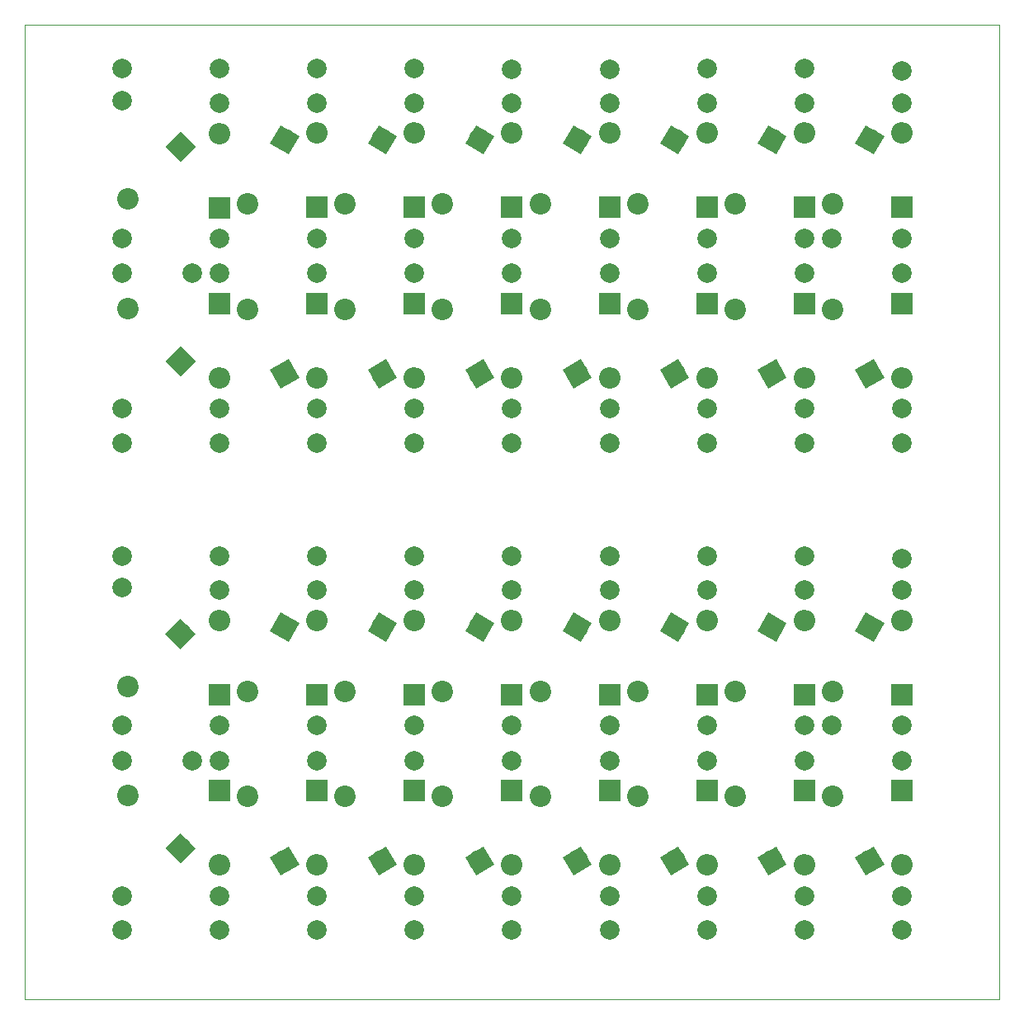
<source format=gbr>
G04 #@! TF.GenerationSoftware,KiCad,Pcbnew,5.1.4-e60b266~84~ubuntu16.04.1*
G04 #@! TF.CreationDate,2019-10-08T23:02:04-05:00*
G04 #@! TF.ProjectId,8x10p,38783130-702e-46b6-9963-61645f706362,rev?*
G04 #@! TF.SameCoordinates,Original*
G04 #@! TF.FileFunction,Copper,L1,Top*
G04 #@! TF.FilePolarity,Positive*
%FSLAX46Y46*%
G04 Gerber Fmt 4.6, Leading zero omitted, Abs format (unit mm)*
G04 Created by KiCad (PCBNEW 5.1.4-e60b266~84~ubuntu16.04.1) date 2019-10-08 23:02:04*
%MOMM*%
%LPD*%
G04 APERTURE LIST*
G04 #@! TA.AperFunction,NonConductor*
%ADD10C,0.050000*%
G04 #@! TD*
G04 #@! TA.AperFunction,ComponentPad*
%ADD11C,2.000000*%
G04 #@! TD*
G04 #@! TA.AperFunction,ComponentPad*
%ADD12C,2.200000*%
G04 #@! TD*
G04 #@! TA.AperFunction,Conductor*
%ADD13C,0.150000*%
G04 #@! TD*
G04 #@! TA.AperFunction,Conductor*
%ADD14C,2.200000*%
G04 #@! TD*
G04 #@! TA.AperFunction,ComponentPad*
%ADD15C,1.998980*%
G04 #@! TD*
G04 #@! TA.AperFunction,ComponentPad*
%ADD16R,2.200000X2.200000*%
G04 #@! TD*
G04 #@! TA.AperFunction,ComponentPad*
%ADD17O,2.200000X2.200000*%
G04 #@! TD*
G04 APERTURE END LIST*
D10*
X50000000Y-150000000D02*
X50000000Y-50000000D01*
X150000000Y-150000000D02*
X50000000Y-150000000D01*
X150000000Y-50000000D02*
X150000000Y-150000000D01*
X50000000Y-50000000D02*
X150000000Y-50000000D01*
D11*
G04 #@! TO.P,C25,1*
G04 #@! TO.N,N/C*
X110000000Y-142900000D03*
G04 #@! TO.P,C25,2*
X100000000Y-142900000D03*
G04 #@! TD*
G04 #@! TO.P,C12,1*
G04 #@! TO.N,N/C*
X80000000Y-125500000D03*
G04 #@! TO.P,C12,2*
X70000000Y-125500000D03*
G04 #@! TD*
D12*
G04 #@! TO.P,D9,1*
G04 #@! TO.N,N/C*
X106700000Y-111800000D03*
D13*
G04 #@! TD*
G04 #@! TO.N,N/C*
G04 #@! TO.C,D9*
G36*
X106297372Y-110297372D02*
G01*
X108202628Y-111397372D01*
X107102628Y-113302628D01*
X105197372Y-112202628D01*
X106297372Y-110297372D01*
X106297372Y-110297372D01*
G37*
D12*
G04 #@! TO.P,D9,2*
G04 #@! TO.N,N/C*
X102890000Y-118399114D03*
D14*
G04 #@! TD*
G04 #@! TO.N,N/C*
G04 #@! TO.C,D9*
X102890000Y-118399114D02*
X102890000Y-118399114D01*
D12*
G04 #@! TO.P,D35,1*
G04 #@! TO.N,N/C*
X136700000Y-135800000D03*
D13*
G04 #@! TD*
G04 #@! TO.N,N/C*
G04 #@! TO.C,D35*
G36*
X138202628Y-136202628D02*
G01*
X136297372Y-137302628D01*
X135197372Y-135397372D01*
X137102628Y-134297372D01*
X138202628Y-136202628D01*
X138202628Y-136202628D01*
G37*
D12*
G04 #@! TO.P,D35,2*
G04 #@! TO.N,N/C*
X132890000Y-129200886D03*
D14*
G04 #@! TD*
G04 #@! TO.N,N/C*
G04 #@! TO.C,D35*
X132890000Y-129200886D02*
X132890000Y-129200886D01*
D15*
G04 #@! TO.P,IN1,1*
G04 #@! TO.N,N/C*
X60000000Y-107750000D03*
G04 #@! TD*
G04 #@! TO.P,IN2,1*
G04 #@! TO.N,N/C*
X60000000Y-139400000D03*
G04 #@! TD*
D11*
G04 #@! TO.P,C22,1*
G04 #@! TO.N,N/C*
X80000000Y-139400000D03*
G04 #@! TO.P,C22,2*
X70000000Y-139400000D03*
G04 #@! TD*
G04 #@! TO.P,C28,1*
G04 #@! TO.N,N/C*
X140000000Y-139400000D03*
G04 #@! TO.P,C28,2*
X130000000Y-139400000D03*
G04 #@! TD*
D15*
G04 #@! TO.P,OUT2,1*
G04 #@! TO.N,N/C*
X140000000Y-142900000D03*
G04 #@! TD*
G04 #@! TO.P,HV1,1*
G04 #@! TO.N,N/C*
X67200000Y-125500000D03*
G04 #@! TD*
D16*
G04 #@! TO.P,D32,1*
G04 #@! TO.N,N/C*
X120000000Y-128600000D03*
D17*
G04 #@! TO.P,D32,2*
X120000000Y-136220000D03*
G04 #@! TD*
D16*
G04 #@! TO.P,D16,1*
G04 #@! TO.N,N/C*
X140000000Y-118720000D03*
D17*
G04 #@! TO.P,D16,2*
X140000000Y-111100000D03*
G04 #@! TD*
D15*
G04 #@! TO.P,HV8,1*
G04 #@! TO.N,N/C*
X140000000Y-121900000D03*
G04 #@! TD*
D12*
G04 #@! TO.P,D15,1*
G04 #@! TO.N,N/C*
X136700000Y-111800000D03*
D13*
G04 #@! TD*
G04 #@! TO.N,N/C*
G04 #@! TO.C,D15*
G36*
X136297372Y-110297372D02*
G01*
X138202628Y-111397372D01*
X137102628Y-113302628D01*
X135197372Y-112202628D01*
X136297372Y-110297372D01*
X136297372Y-110297372D01*
G37*
D12*
G04 #@! TO.P,D15,2*
G04 #@! TO.N,N/C*
X132890000Y-118399114D03*
D14*
G04 #@! TD*
G04 #@! TO.N,N/C*
G04 #@! TO.C,D15*
X132890000Y-118399114D02*
X132890000Y-118399114D01*
D15*
G04 #@! TO.P,HV0,1*
G04 #@! TO.N,N/C*
X60000000Y-125500000D03*
G04 #@! TD*
D12*
G04 #@! TO.P,D29,1*
G04 #@! TO.N,N/C*
X106700000Y-135800000D03*
D13*
G04 #@! TD*
G04 #@! TO.N,N/C*
G04 #@! TO.C,D29*
G36*
X108202628Y-136202628D02*
G01*
X106297372Y-137302628D01*
X105197372Y-135397372D01*
X107102628Y-134297372D01*
X108202628Y-136202628D01*
X108202628Y-136202628D01*
G37*
D12*
G04 #@! TO.P,D29,2*
G04 #@! TO.N,N/C*
X102890000Y-129200886D03*
D14*
G04 #@! TD*
G04 #@! TO.N,N/C*
G04 #@! TO.C,D29*
X102890000Y-129200886D02*
X102890000Y-129200886D01*
D16*
G04 #@! TO.P,D26,1*
G04 #@! TO.N,N/C*
X90000000Y-128600000D03*
D17*
G04 #@! TO.P,D26,2*
X90000000Y-136220000D03*
G04 #@! TD*
D12*
G04 #@! TO.P,D25,1*
G04 #@! TO.N,N/C*
X86700000Y-135800000D03*
D13*
G04 #@! TD*
G04 #@! TO.N,N/C*
G04 #@! TO.C,D25*
G36*
X88202628Y-136202628D02*
G01*
X86297372Y-137302628D01*
X85197372Y-135397372D01*
X87102628Y-134297372D01*
X88202628Y-136202628D01*
X88202628Y-136202628D01*
G37*
D12*
G04 #@! TO.P,D25,2*
G04 #@! TO.N,N/C*
X82890000Y-129200886D03*
D14*
G04 #@! TD*
G04 #@! TO.N,N/C*
G04 #@! TO.C,D25*
X82890000Y-129200886D02*
X82890000Y-129200886D01*
D11*
G04 #@! TO.P,C27,1*
G04 #@! TO.N,N/C*
X130000000Y-142900000D03*
G04 #@! TO.P,C27,2*
X120000000Y-142900000D03*
G04 #@! TD*
G04 #@! TO.P,C24,1*
G04 #@! TO.N,N/C*
X100000000Y-139400000D03*
G04 #@! TO.P,C24,2*
X90000000Y-139400000D03*
G04 #@! TD*
D12*
G04 #@! TO.P,D27,1*
G04 #@! TO.N,N/C*
X96700000Y-135800000D03*
D13*
G04 #@! TD*
G04 #@! TO.N,N/C*
G04 #@! TO.C,D27*
G36*
X98202628Y-136202628D02*
G01*
X96297372Y-137302628D01*
X95197372Y-135397372D01*
X97102628Y-134297372D01*
X98202628Y-136202628D01*
X98202628Y-136202628D01*
G37*
D12*
G04 #@! TO.P,D27,2*
G04 #@! TO.N,N/C*
X92890000Y-129200886D03*
D14*
G04 #@! TD*
G04 #@! TO.N,N/C*
G04 #@! TO.C,D27*
X92890000Y-129200886D02*
X92890000Y-129200886D01*
D16*
G04 #@! TO.P,D24,1*
G04 #@! TO.N,N/C*
X80000000Y-128600000D03*
D17*
G04 #@! TO.P,D24,2*
X80000000Y-136220000D03*
G04 #@! TD*
D12*
G04 #@! TO.P,D31,1*
G04 #@! TO.N,N/C*
X116700000Y-135800000D03*
D13*
G04 #@! TD*
G04 #@! TO.N,N/C*
G04 #@! TO.C,D31*
G36*
X118202628Y-136202628D02*
G01*
X116297372Y-137302628D01*
X115197372Y-135397372D01*
X117102628Y-134297372D01*
X118202628Y-136202628D01*
X118202628Y-136202628D01*
G37*
D12*
G04 #@! TO.P,D31,2*
G04 #@! TO.N,N/C*
X112890000Y-129200886D03*
D14*
G04 #@! TD*
G04 #@! TO.N,N/C*
G04 #@! TO.C,D31*
X112890000Y-129200886D02*
X112890000Y-129200886D01*
D12*
G04 #@! TO.P,D21,1*
G04 #@! TO.N,N/C*
X66000000Y-134500000D03*
D13*
G04 #@! TD*
G04 #@! TO.N,N/C*
G04 #@! TO.C,D21*
G36*
X67555635Y-134500000D02*
G01*
X66000000Y-136055635D01*
X64444365Y-134500000D01*
X66000000Y-132944365D01*
X67555635Y-134500000D01*
X67555635Y-134500000D01*
G37*
D12*
G04 #@! TO.P,D21,2*
G04 #@! TO.N,N/C*
X60611846Y-129111846D03*
D14*
G04 #@! TD*
G04 #@! TO.N,N/C*
G04 #@! TO.C,D21*
X60611846Y-129111846D02*
X60611846Y-129111846D01*
D15*
G04 #@! TO.P,HV7,1*
G04 #@! TO.N,N/C*
X132800000Y-121900000D03*
G04 #@! TD*
D16*
G04 #@! TO.P,D36,1*
G04 #@! TO.N,N/C*
X140000000Y-128600000D03*
D17*
G04 #@! TO.P,D36,2*
X140000000Y-136220000D03*
G04 #@! TD*
D11*
G04 #@! TO.P,C17,1*
G04 #@! TO.N,N/C*
X130000000Y-121900000D03*
G04 #@! TO.P,C17,2*
X120000000Y-121900000D03*
G04 #@! TD*
G04 #@! TO.P,C6,1*
G04 #@! TO.N,N/C*
X120000000Y-108000000D03*
G04 #@! TO.P,C6,2*
X110000000Y-108000000D03*
G04 #@! TD*
G04 #@! TO.P,C18,1*
G04 #@! TO.N,N/C*
X140000000Y-125500000D03*
G04 #@! TO.P,C18,2*
X130000000Y-125500000D03*
G04 #@! TD*
G04 #@! TO.P,C7,1*
G04 #@! TO.N,N/C*
X130000000Y-104500000D03*
G04 #@! TO.P,C7,2*
X120000000Y-104500000D03*
G04 #@! TD*
G04 #@! TO.P,C13,1*
G04 #@! TO.N,N/C*
X90000000Y-121900000D03*
G04 #@! TO.P,C13,2*
X80000000Y-121900000D03*
G04 #@! TD*
G04 #@! TO.P,C11,1*
G04 #@! TO.N,N/C*
X70000000Y-121900000D03*
G04 #@! TO.P,C11,2*
X60000000Y-121900000D03*
G04 #@! TD*
G04 #@! TO.P,C21,1*
G04 #@! TO.N,N/C*
X70000000Y-142900000D03*
G04 #@! TO.P,C21,2*
X60000000Y-142900000D03*
G04 #@! TD*
D16*
G04 #@! TO.P,D10,1*
G04 #@! TO.N,N/C*
X110000000Y-118720000D03*
D17*
G04 #@! TO.P,D10,2*
X110000000Y-111100000D03*
G04 #@! TD*
D12*
G04 #@! TO.P,D13,1*
G04 #@! TO.N,N/C*
X126700000Y-111800000D03*
D13*
G04 #@! TD*
G04 #@! TO.N,N/C*
G04 #@! TO.C,D13*
G36*
X126297372Y-110297372D02*
G01*
X128202628Y-111397372D01*
X127102628Y-113302628D01*
X125197372Y-112202628D01*
X126297372Y-110297372D01*
X126297372Y-110297372D01*
G37*
D12*
G04 #@! TO.P,D13,2*
G04 #@! TO.N,N/C*
X122890000Y-118399114D03*
D14*
G04 #@! TD*
G04 #@! TO.N,N/C*
G04 #@! TO.C,D13*
X122890000Y-118399114D02*
X122890000Y-118399114D01*
D16*
G04 #@! TO.P,D6,1*
G04 #@! TO.N,N/C*
X90000000Y-118720000D03*
D17*
G04 #@! TO.P,D6,2*
X90000000Y-111100000D03*
G04 #@! TD*
D11*
G04 #@! TO.P,C14,1*
G04 #@! TO.N,N/C*
X100000000Y-125500000D03*
G04 #@! TO.P,C14,2*
X90000000Y-125500000D03*
G04 #@! TD*
D12*
G04 #@! TO.P,D11,1*
G04 #@! TO.N,N/C*
X116700000Y-111800000D03*
D13*
G04 #@! TD*
G04 #@! TO.N,N/C*
G04 #@! TO.C,D11*
G36*
X116297372Y-110297372D02*
G01*
X118202628Y-111397372D01*
X117102628Y-113302628D01*
X115197372Y-112202628D01*
X116297372Y-110297372D01*
X116297372Y-110297372D01*
G37*
D12*
G04 #@! TO.P,D11,2*
G04 #@! TO.N,N/C*
X112890000Y-118399114D03*
D14*
G04 #@! TD*
G04 #@! TO.N,N/C*
G04 #@! TO.C,D11*
X112890000Y-118399114D02*
X112890000Y-118399114D01*
D11*
G04 #@! TO.P,C16,1*
G04 #@! TO.N,N/C*
X120000000Y-125500000D03*
G04 #@! TO.P,C16,2*
X110000000Y-125500000D03*
G04 #@! TD*
G04 #@! TO.P,C23,1*
G04 #@! TO.N,N/C*
X90000000Y-142900000D03*
G04 #@! TO.P,C23,2*
X80000000Y-142900000D03*
G04 #@! TD*
D15*
G04 #@! TO.P,OUT1,1*
G04 #@! TO.N,N/C*
X140000000Y-104750000D03*
G04 #@! TD*
D11*
G04 #@! TO.P,C15,1*
G04 #@! TO.N,N/C*
X110000000Y-121900000D03*
G04 #@! TO.P,C15,2*
X100000000Y-121900000D03*
G04 #@! TD*
D16*
G04 #@! TO.P,D34,1*
G04 #@! TO.N,N/C*
X130000000Y-128600000D03*
D17*
G04 #@! TO.P,D34,2*
X130000000Y-136220000D03*
G04 #@! TD*
D12*
G04 #@! TO.P,D5,1*
G04 #@! TO.N,N/C*
X86700000Y-111800000D03*
D13*
G04 #@! TD*
G04 #@! TO.N,N/C*
G04 #@! TO.C,D5*
G36*
X86297372Y-110297372D02*
G01*
X88202628Y-111397372D01*
X87102628Y-113302628D01*
X85197372Y-112202628D01*
X86297372Y-110297372D01*
X86297372Y-110297372D01*
G37*
D12*
G04 #@! TO.P,D5,2*
G04 #@! TO.N,N/C*
X82890000Y-118399114D03*
D14*
G04 #@! TD*
G04 #@! TO.N,N/C*
G04 #@! TO.C,D5*
X82890000Y-118399114D02*
X82890000Y-118399114D01*
D11*
G04 #@! TO.P,C26,1*
G04 #@! TO.N,N/C*
X120000000Y-139400000D03*
G04 #@! TO.P,C26,2*
X110000000Y-139400000D03*
G04 #@! TD*
G04 #@! TO.P,C2,1*
G04 #@! TO.N,N/C*
X80000000Y-108000000D03*
G04 #@! TO.P,C2,2*
X70000000Y-108000000D03*
G04 #@! TD*
G04 #@! TO.P,C8,1*
G04 #@! TO.N,N/C*
X140000000Y-108000000D03*
G04 #@! TO.P,C8,2*
X130000000Y-108000000D03*
G04 #@! TD*
D12*
G04 #@! TO.P,D23,1*
G04 #@! TO.N,N/C*
X76700000Y-135800000D03*
D13*
G04 #@! TD*
G04 #@! TO.N,N/C*
G04 #@! TO.C,D23*
G36*
X78202628Y-136202628D02*
G01*
X76297372Y-137302628D01*
X75197372Y-135397372D01*
X77102628Y-134297372D01*
X78202628Y-136202628D01*
X78202628Y-136202628D01*
G37*
D12*
G04 #@! TO.P,D23,2*
G04 #@! TO.N,N/C*
X72890000Y-129200886D03*
D14*
G04 #@! TD*
G04 #@! TO.N,N/C*
G04 #@! TO.C,D23*
X72890000Y-129200886D02*
X72890000Y-129200886D01*
D16*
G04 #@! TO.P,D2,1*
G04 #@! TO.N,N/C*
X70000000Y-118750000D03*
D17*
G04 #@! TO.P,D2,2*
X70000000Y-111130000D03*
G04 #@! TD*
D11*
G04 #@! TO.P,C5,1*
G04 #@! TO.N,N/C*
X110000000Y-104540000D03*
G04 #@! TO.P,C5,2*
X100000000Y-104540000D03*
G04 #@! TD*
G04 #@! TO.P,C1,1*
G04 #@! TO.N,N/C*
X70000000Y-104500000D03*
G04 #@! TO.P,C1,2*
X60000000Y-104500000D03*
G04 #@! TD*
D16*
G04 #@! TO.P,D12,1*
G04 #@! TO.N,N/C*
X120000000Y-118720000D03*
D17*
G04 #@! TO.P,D12,2*
X120000000Y-111100000D03*
G04 #@! TD*
D11*
G04 #@! TO.P,C4,1*
G04 #@! TO.N,N/C*
X100000000Y-108000000D03*
G04 #@! TO.P,C4,2*
X90000000Y-108000000D03*
G04 #@! TD*
D16*
G04 #@! TO.P,D22,1*
G04 #@! TO.N,N/C*
X70000000Y-128600000D03*
D17*
G04 #@! TO.P,D22,2*
X70000000Y-136220000D03*
G04 #@! TD*
D16*
G04 #@! TO.P,D4,1*
G04 #@! TO.N,N/C*
X80000000Y-118720000D03*
D17*
G04 #@! TO.P,D4,2*
X80000000Y-111100000D03*
G04 #@! TD*
D16*
G04 #@! TO.P,D28,1*
G04 #@! TO.N,N/C*
X100000000Y-128600000D03*
D17*
G04 #@! TO.P,D28,2*
X100000000Y-136220000D03*
G04 #@! TD*
D16*
G04 #@! TO.P,D8,1*
G04 #@! TO.N,N/C*
X100000000Y-118720000D03*
D17*
G04 #@! TO.P,D8,2*
X100000000Y-111100000D03*
G04 #@! TD*
D11*
G04 #@! TO.P,C3,1*
G04 #@! TO.N,N/C*
X90000000Y-104500000D03*
G04 #@! TO.P,C3,2*
X80000000Y-104500000D03*
G04 #@! TD*
D12*
G04 #@! TO.P,D1,1*
G04 #@! TO.N,N/C*
X66000000Y-112500000D03*
D13*
G04 #@! TD*
G04 #@! TO.N,N/C*
G04 #@! TO.C,D1*
G36*
X66000000Y-110944365D02*
G01*
X67555635Y-112500000D01*
X66000000Y-114055635D01*
X64444365Y-112500000D01*
X66000000Y-110944365D01*
X66000000Y-110944365D01*
G37*
D12*
G04 #@! TO.P,D1,2*
G04 #@! TO.N,N/C*
X60611846Y-117888154D03*
D14*
G04 #@! TD*
G04 #@! TO.N,N/C*
G04 #@! TO.C,D1*
X60611846Y-117888154D02*
X60611846Y-117888154D01*
D12*
G04 #@! TO.P,D3,1*
G04 #@! TO.N,N/C*
X76700000Y-111800000D03*
D13*
G04 #@! TD*
G04 #@! TO.N,N/C*
G04 #@! TO.C,D3*
G36*
X76297372Y-110297372D02*
G01*
X78202628Y-111397372D01*
X77102628Y-113302628D01*
X75197372Y-112202628D01*
X76297372Y-110297372D01*
X76297372Y-110297372D01*
G37*
D12*
G04 #@! TO.P,D3,2*
G04 #@! TO.N,N/C*
X72890000Y-118399114D03*
D14*
G04 #@! TD*
G04 #@! TO.N,N/C*
G04 #@! TO.C,D3*
X72890000Y-118399114D02*
X72890000Y-118399114D01*
D12*
G04 #@! TO.P,D33,1*
G04 #@! TO.N,N/C*
X126700000Y-135800000D03*
D13*
G04 #@! TD*
G04 #@! TO.N,N/C*
G04 #@! TO.C,D33*
G36*
X128202628Y-136202628D02*
G01*
X126297372Y-137302628D01*
X125197372Y-135397372D01*
X127102628Y-134297372D01*
X128202628Y-136202628D01*
X128202628Y-136202628D01*
G37*
D12*
G04 #@! TO.P,D33,2*
G04 #@! TO.N,N/C*
X122890000Y-129200886D03*
D14*
G04 #@! TD*
G04 #@! TO.N,N/C*
G04 #@! TO.C,D33*
X122890000Y-129200886D02*
X122890000Y-129200886D01*
D16*
G04 #@! TO.P,D30,1*
G04 #@! TO.N,N/C*
X110000000Y-128600000D03*
D17*
G04 #@! TO.P,D30,2*
X110000000Y-136220000D03*
G04 #@! TD*
D16*
G04 #@! TO.P,D14,1*
G04 #@! TO.N,N/C*
X130000000Y-118720000D03*
D17*
G04 #@! TO.P,D14,2*
X130000000Y-111100000D03*
G04 #@! TD*
D12*
G04 #@! TO.P,D7,1*
G04 #@! TO.N,N/C*
X96700000Y-111800000D03*
D13*
G04 #@! TD*
G04 #@! TO.N,N/C*
G04 #@! TO.C,D7*
G36*
X96297372Y-110297372D02*
G01*
X98202628Y-111397372D01*
X97102628Y-113302628D01*
X95197372Y-112202628D01*
X96297372Y-110297372D01*
X96297372Y-110297372D01*
G37*
D12*
G04 #@! TO.P,D7,2*
G04 #@! TO.N,N/C*
X92890000Y-118399114D03*
D14*
G04 #@! TD*
G04 #@! TO.N,N/C*
G04 #@! TO.C,D7*
X92890000Y-118399114D02*
X92890000Y-118399114D01*
D15*
G04 #@! TO.P,HV1,1*
G04 #@! TO.N,/multiplier/HV1*
X67200000Y-75500000D03*
G04 #@! TD*
G04 #@! TO.P,IN2,1*
G04 #@! TO.N,/multiplier/IN2*
X60000000Y-89400000D03*
G04 #@! TD*
G04 #@! TO.P,IN1,1*
G04 #@! TO.N,/multiplier/IN1*
X60000000Y-57750000D03*
G04 #@! TD*
G04 #@! TO.P,HV7,1*
G04 #@! TO.N,/multiplier/HV7*
X132800000Y-71900000D03*
G04 #@! TD*
G04 #@! TO.P,OUT1,1*
G04 #@! TO.N,/multiplier/OUT1*
X140000000Y-54750000D03*
G04 #@! TD*
G04 #@! TO.P,HV0,1*
G04 #@! TO.N,/multiplier/HV0*
X60000000Y-75500000D03*
G04 #@! TD*
G04 #@! TO.P,OUT2,1*
G04 #@! TO.N,/multiplier/OUT2*
X140000000Y-92900000D03*
G04 #@! TD*
G04 #@! TO.P,HV8,1*
G04 #@! TO.N,/multiplier/HV8*
X140000000Y-71900000D03*
G04 #@! TD*
D11*
G04 #@! TO.P,C28,2*
G04 #@! TO.N,Net-(C27-Pad1)*
X130000000Y-89400000D03*
G04 #@! TO.P,C28,1*
G04 #@! TO.N,/multiplier/OUT2*
X140000000Y-89400000D03*
G04 #@! TD*
G04 #@! TO.P,C27,2*
G04 #@! TO.N,Net-(C26-Pad1)*
X120000000Y-92900000D03*
G04 #@! TO.P,C27,1*
G04 #@! TO.N,Net-(C27-Pad1)*
X130000000Y-92900000D03*
G04 #@! TD*
G04 #@! TO.P,C26,2*
G04 #@! TO.N,Net-(C25-Pad1)*
X110000000Y-89400000D03*
G04 #@! TO.P,C26,1*
G04 #@! TO.N,Net-(C26-Pad1)*
X120000000Y-89400000D03*
G04 #@! TD*
G04 #@! TO.P,C25,2*
G04 #@! TO.N,Net-(C24-Pad1)*
X100000000Y-92900000D03*
G04 #@! TO.P,C25,1*
G04 #@! TO.N,Net-(C25-Pad1)*
X110000000Y-92900000D03*
G04 #@! TD*
G04 #@! TO.P,C24,2*
G04 #@! TO.N,Net-(C23-Pad1)*
X90000000Y-89400000D03*
G04 #@! TO.P,C24,1*
G04 #@! TO.N,Net-(C24-Pad1)*
X100000000Y-89400000D03*
G04 #@! TD*
G04 #@! TO.P,C23,2*
G04 #@! TO.N,Net-(C22-Pad1)*
X80000000Y-92900000D03*
G04 #@! TO.P,C23,1*
G04 #@! TO.N,Net-(C23-Pad1)*
X90000000Y-92900000D03*
G04 #@! TD*
G04 #@! TO.P,C22,2*
G04 #@! TO.N,Net-(C21-Pad1)*
X70000000Y-89400000D03*
G04 #@! TO.P,C22,1*
G04 #@! TO.N,Net-(C22-Pad1)*
X80000000Y-89400000D03*
G04 #@! TD*
G04 #@! TO.P,C21,2*
G04 #@! TO.N,/multiplier/IN2*
X60000000Y-92900000D03*
G04 #@! TO.P,C21,1*
G04 #@! TO.N,Net-(C21-Pad1)*
X70000000Y-92900000D03*
G04 #@! TD*
G04 #@! TO.P,C18,2*
G04 #@! TO.N,/multiplier/HV7*
X130000000Y-75500000D03*
G04 #@! TO.P,C18,1*
G04 #@! TO.N,/multiplier/HV8*
X140000000Y-75500000D03*
G04 #@! TD*
G04 #@! TO.P,C17,2*
G04 #@! TO.N,Net-(C16-Pad1)*
X120000000Y-71900000D03*
G04 #@! TO.P,C17,1*
G04 #@! TO.N,/multiplier/HV7*
X130000000Y-71900000D03*
G04 #@! TD*
G04 #@! TO.P,C16,2*
G04 #@! TO.N,Net-(C15-Pad1)*
X110000000Y-75500000D03*
G04 #@! TO.P,C16,1*
G04 #@! TO.N,Net-(C16-Pad1)*
X120000000Y-75500000D03*
G04 #@! TD*
G04 #@! TO.P,C15,2*
G04 #@! TO.N,Net-(C14-Pad1)*
X100000000Y-71900000D03*
G04 #@! TO.P,C15,1*
G04 #@! TO.N,Net-(C15-Pad1)*
X110000000Y-71900000D03*
G04 #@! TD*
G04 #@! TO.P,C14,2*
G04 #@! TO.N,Net-(C13-Pad1)*
X90000000Y-75500000D03*
G04 #@! TO.P,C14,1*
G04 #@! TO.N,Net-(C14-Pad1)*
X100000000Y-75500000D03*
G04 #@! TD*
G04 #@! TO.P,C13,2*
G04 #@! TO.N,Net-(C12-Pad1)*
X80000000Y-71900000D03*
G04 #@! TO.P,C13,1*
G04 #@! TO.N,Net-(C13-Pad1)*
X90000000Y-71900000D03*
G04 #@! TD*
G04 #@! TO.P,C12,2*
G04 #@! TO.N,/multiplier/HV1*
X70000000Y-75500000D03*
G04 #@! TO.P,C12,1*
G04 #@! TO.N,Net-(C12-Pad1)*
X80000000Y-75500000D03*
G04 #@! TD*
G04 #@! TO.P,C11,2*
G04 #@! TO.N,/multiplier/HV0*
X60000000Y-71900000D03*
G04 #@! TO.P,C11,1*
G04 #@! TO.N,/multiplier/HV1*
X70000000Y-71900000D03*
G04 #@! TD*
G04 #@! TO.P,C8,2*
G04 #@! TO.N,Net-(C7-Pad1)*
X130000000Y-58000000D03*
G04 #@! TO.P,C8,1*
G04 #@! TO.N,/multiplier/OUT1*
X140000000Y-58000000D03*
G04 #@! TD*
G04 #@! TO.P,C7,2*
G04 #@! TO.N,Net-(C6-Pad1)*
X120000000Y-54500000D03*
G04 #@! TO.P,C7,1*
G04 #@! TO.N,Net-(C7-Pad1)*
X130000000Y-54500000D03*
G04 #@! TD*
G04 #@! TO.P,C6,2*
G04 #@! TO.N,Net-(C5-Pad1)*
X110000000Y-58000000D03*
G04 #@! TO.P,C6,1*
G04 #@! TO.N,Net-(C6-Pad1)*
X120000000Y-58000000D03*
G04 #@! TD*
G04 #@! TO.P,C5,2*
G04 #@! TO.N,Net-(C4-Pad1)*
X100000000Y-54540000D03*
G04 #@! TO.P,C5,1*
G04 #@! TO.N,Net-(C5-Pad1)*
X110000000Y-54540000D03*
G04 #@! TD*
G04 #@! TO.P,C4,2*
G04 #@! TO.N,Net-(C3-Pad1)*
X90000000Y-58000000D03*
G04 #@! TO.P,C4,1*
G04 #@! TO.N,Net-(C4-Pad1)*
X100000000Y-58000000D03*
G04 #@! TD*
G04 #@! TO.P,C3,2*
G04 #@! TO.N,Net-(C2-Pad1)*
X80000000Y-54500000D03*
G04 #@! TO.P,C3,1*
G04 #@! TO.N,Net-(C3-Pad1)*
X90000000Y-54500000D03*
G04 #@! TD*
G04 #@! TO.P,C2,2*
G04 #@! TO.N,Net-(C1-Pad1)*
X70000000Y-58000000D03*
G04 #@! TO.P,C2,1*
G04 #@! TO.N,Net-(C2-Pad1)*
X80000000Y-58000000D03*
G04 #@! TD*
G04 #@! TO.P,C1,2*
G04 #@! TO.N,/multiplier/IN1*
X60000000Y-54500000D03*
G04 #@! TO.P,C1,1*
G04 #@! TO.N,Net-(C1-Pad1)*
X70000000Y-54500000D03*
G04 #@! TD*
D17*
G04 #@! TO.P,D36,2*
G04 #@! TO.N,/multiplier/OUT2*
X140000000Y-86220000D03*
D16*
G04 #@! TO.P,D36,1*
G04 #@! TO.N,/multiplier/HV8*
X140000000Y-78600000D03*
G04 #@! TD*
D12*
G04 #@! TO.P,D35,2*
G04 #@! TO.N,/multiplier/HV7*
X132890000Y-79200886D03*
D14*
G04 #@! TD*
G04 #@! TO.N,/multiplier/HV7*
G04 #@! TO.C,D35*
X132890000Y-79200886D02*
X132890000Y-79200886D01*
D12*
G04 #@! TO.P,D35,1*
G04 #@! TO.N,/multiplier/OUT2*
X136700000Y-85800000D03*
D13*
G04 #@! TD*
G04 #@! TO.N,/multiplier/OUT2*
G04 #@! TO.C,D35*
G36*
X138202628Y-86202628D02*
G01*
X136297372Y-87302628D01*
X135197372Y-85397372D01*
X137102628Y-84297372D01*
X138202628Y-86202628D01*
X138202628Y-86202628D01*
G37*
D17*
G04 #@! TO.P,D34,2*
G04 #@! TO.N,Net-(C27-Pad1)*
X130000000Y-86220000D03*
D16*
G04 #@! TO.P,D34,1*
G04 #@! TO.N,/multiplier/HV7*
X130000000Y-78600000D03*
G04 #@! TD*
D12*
G04 #@! TO.P,D33,2*
G04 #@! TO.N,Net-(C16-Pad1)*
X122890000Y-79200886D03*
D14*
G04 #@! TD*
G04 #@! TO.N,Net-(C16-Pad1)*
G04 #@! TO.C,D33*
X122890000Y-79200886D02*
X122890000Y-79200886D01*
D12*
G04 #@! TO.P,D33,1*
G04 #@! TO.N,Net-(C27-Pad1)*
X126700000Y-85800000D03*
D13*
G04 #@! TD*
G04 #@! TO.N,Net-(C27-Pad1)*
G04 #@! TO.C,D33*
G36*
X128202628Y-86202628D02*
G01*
X126297372Y-87302628D01*
X125197372Y-85397372D01*
X127102628Y-84297372D01*
X128202628Y-86202628D01*
X128202628Y-86202628D01*
G37*
D17*
G04 #@! TO.P,D32,2*
G04 #@! TO.N,Net-(C26-Pad1)*
X120000000Y-86220000D03*
D16*
G04 #@! TO.P,D32,1*
G04 #@! TO.N,Net-(C16-Pad1)*
X120000000Y-78600000D03*
G04 #@! TD*
D12*
G04 #@! TO.P,D31,2*
G04 #@! TO.N,Net-(C15-Pad1)*
X112890000Y-79200886D03*
D14*
G04 #@! TD*
G04 #@! TO.N,Net-(C15-Pad1)*
G04 #@! TO.C,D31*
X112890000Y-79200886D02*
X112890000Y-79200886D01*
D12*
G04 #@! TO.P,D31,1*
G04 #@! TO.N,Net-(C26-Pad1)*
X116700000Y-85800000D03*
D13*
G04 #@! TD*
G04 #@! TO.N,Net-(C26-Pad1)*
G04 #@! TO.C,D31*
G36*
X118202628Y-86202628D02*
G01*
X116297372Y-87302628D01*
X115197372Y-85397372D01*
X117102628Y-84297372D01*
X118202628Y-86202628D01*
X118202628Y-86202628D01*
G37*
D17*
G04 #@! TO.P,D30,2*
G04 #@! TO.N,Net-(C25-Pad1)*
X110000000Y-86220000D03*
D16*
G04 #@! TO.P,D30,1*
G04 #@! TO.N,Net-(C15-Pad1)*
X110000000Y-78600000D03*
G04 #@! TD*
D12*
G04 #@! TO.P,D29,2*
G04 #@! TO.N,Net-(C14-Pad1)*
X102890000Y-79200886D03*
D14*
G04 #@! TD*
G04 #@! TO.N,Net-(C14-Pad1)*
G04 #@! TO.C,D29*
X102890000Y-79200886D02*
X102890000Y-79200886D01*
D12*
G04 #@! TO.P,D29,1*
G04 #@! TO.N,Net-(C25-Pad1)*
X106700000Y-85800000D03*
D13*
G04 #@! TD*
G04 #@! TO.N,Net-(C25-Pad1)*
G04 #@! TO.C,D29*
G36*
X108202628Y-86202628D02*
G01*
X106297372Y-87302628D01*
X105197372Y-85397372D01*
X107102628Y-84297372D01*
X108202628Y-86202628D01*
X108202628Y-86202628D01*
G37*
D17*
G04 #@! TO.P,D28,2*
G04 #@! TO.N,Net-(C24-Pad1)*
X100000000Y-86220000D03*
D16*
G04 #@! TO.P,D28,1*
G04 #@! TO.N,Net-(C14-Pad1)*
X100000000Y-78600000D03*
G04 #@! TD*
D12*
G04 #@! TO.P,D27,2*
G04 #@! TO.N,Net-(C13-Pad1)*
X92890000Y-79200886D03*
D14*
G04 #@! TD*
G04 #@! TO.N,Net-(C13-Pad1)*
G04 #@! TO.C,D27*
X92890000Y-79200886D02*
X92890000Y-79200886D01*
D12*
G04 #@! TO.P,D27,1*
G04 #@! TO.N,Net-(C24-Pad1)*
X96700000Y-85800000D03*
D13*
G04 #@! TD*
G04 #@! TO.N,Net-(C24-Pad1)*
G04 #@! TO.C,D27*
G36*
X98202628Y-86202628D02*
G01*
X96297372Y-87302628D01*
X95197372Y-85397372D01*
X97102628Y-84297372D01*
X98202628Y-86202628D01*
X98202628Y-86202628D01*
G37*
D17*
G04 #@! TO.P,D26,2*
G04 #@! TO.N,Net-(C23-Pad1)*
X90000000Y-86220000D03*
D16*
G04 #@! TO.P,D26,1*
G04 #@! TO.N,Net-(C13-Pad1)*
X90000000Y-78600000D03*
G04 #@! TD*
D12*
G04 #@! TO.P,D25,2*
G04 #@! TO.N,Net-(C12-Pad1)*
X82890000Y-79200886D03*
D14*
G04 #@! TD*
G04 #@! TO.N,Net-(C12-Pad1)*
G04 #@! TO.C,D25*
X82890000Y-79200886D02*
X82890000Y-79200886D01*
D12*
G04 #@! TO.P,D25,1*
G04 #@! TO.N,Net-(C23-Pad1)*
X86700000Y-85800000D03*
D13*
G04 #@! TD*
G04 #@! TO.N,Net-(C23-Pad1)*
G04 #@! TO.C,D25*
G36*
X88202628Y-86202628D02*
G01*
X86297372Y-87302628D01*
X85197372Y-85397372D01*
X87102628Y-84297372D01*
X88202628Y-86202628D01*
X88202628Y-86202628D01*
G37*
D17*
G04 #@! TO.P,D24,2*
G04 #@! TO.N,Net-(C22-Pad1)*
X80000000Y-86220000D03*
D16*
G04 #@! TO.P,D24,1*
G04 #@! TO.N,Net-(C12-Pad1)*
X80000000Y-78600000D03*
G04 #@! TD*
D12*
G04 #@! TO.P,D23,2*
G04 #@! TO.N,/multiplier/HV1*
X72890000Y-79200886D03*
D14*
G04 #@! TD*
G04 #@! TO.N,/multiplier/HV1*
G04 #@! TO.C,D23*
X72890000Y-79200886D02*
X72890000Y-79200886D01*
D12*
G04 #@! TO.P,D23,1*
G04 #@! TO.N,Net-(C22-Pad1)*
X76700000Y-85800000D03*
D13*
G04 #@! TD*
G04 #@! TO.N,Net-(C22-Pad1)*
G04 #@! TO.C,D23*
G36*
X78202628Y-86202628D02*
G01*
X76297372Y-87302628D01*
X75197372Y-85397372D01*
X77102628Y-84297372D01*
X78202628Y-86202628D01*
X78202628Y-86202628D01*
G37*
D17*
G04 #@! TO.P,D22,2*
G04 #@! TO.N,Net-(C21-Pad1)*
X70000000Y-86220000D03*
D16*
G04 #@! TO.P,D22,1*
G04 #@! TO.N,/multiplier/HV1*
X70000000Y-78600000D03*
G04 #@! TD*
D12*
G04 #@! TO.P,D21,2*
G04 #@! TO.N,/multiplier/HV0*
X60611846Y-79111846D03*
D14*
G04 #@! TD*
G04 #@! TO.N,/multiplier/HV0*
G04 #@! TO.C,D21*
X60611846Y-79111846D02*
X60611846Y-79111846D01*
D12*
G04 #@! TO.P,D21,1*
G04 #@! TO.N,Net-(C21-Pad1)*
X66000000Y-84500000D03*
D13*
G04 #@! TD*
G04 #@! TO.N,Net-(C21-Pad1)*
G04 #@! TO.C,D21*
G36*
X67555635Y-84500000D02*
G01*
X66000000Y-86055635D01*
X64444365Y-84500000D01*
X66000000Y-82944365D01*
X67555635Y-84500000D01*
X67555635Y-84500000D01*
G37*
D17*
G04 #@! TO.P,D16,2*
G04 #@! TO.N,/multiplier/OUT1*
X140000000Y-61100000D03*
D16*
G04 #@! TO.P,D16,1*
G04 #@! TO.N,/multiplier/HV8*
X140000000Y-68720000D03*
G04 #@! TD*
D12*
G04 #@! TO.P,D15,2*
G04 #@! TO.N,/multiplier/HV7*
X132890000Y-68399114D03*
D14*
G04 #@! TD*
G04 #@! TO.N,/multiplier/HV7*
G04 #@! TO.C,D15*
X132890000Y-68399114D02*
X132890000Y-68399114D01*
D12*
G04 #@! TO.P,D15,1*
G04 #@! TO.N,/multiplier/OUT1*
X136700000Y-61800000D03*
D13*
G04 #@! TD*
G04 #@! TO.N,/multiplier/OUT1*
G04 #@! TO.C,D15*
G36*
X136297372Y-60297372D02*
G01*
X138202628Y-61397372D01*
X137102628Y-63302628D01*
X135197372Y-62202628D01*
X136297372Y-60297372D01*
X136297372Y-60297372D01*
G37*
D17*
G04 #@! TO.P,D14,2*
G04 #@! TO.N,Net-(C7-Pad1)*
X130000000Y-61100000D03*
D16*
G04 #@! TO.P,D14,1*
G04 #@! TO.N,/multiplier/HV7*
X130000000Y-68720000D03*
G04 #@! TD*
D12*
G04 #@! TO.P,D13,2*
G04 #@! TO.N,Net-(C16-Pad1)*
X122890000Y-68399114D03*
D14*
G04 #@! TD*
G04 #@! TO.N,Net-(C16-Pad1)*
G04 #@! TO.C,D13*
X122890000Y-68399114D02*
X122890000Y-68399114D01*
D12*
G04 #@! TO.P,D13,1*
G04 #@! TO.N,Net-(C7-Pad1)*
X126700000Y-61800000D03*
D13*
G04 #@! TD*
G04 #@! TO.N,Net-(C7-Pad1)*
G04 #@! TO.C,D13*
G36*
X126297372Y-60297372D02*
G01*
X128202628Y-61397372D01*
X127102628Y-63302628D01*
X125197372Y-62202628D01*
X126297372Y-60297372D01*
X126297372Y-60297372D01*
G37*
D17*
G04 #@! TO.P,D12,2*
G04 #@! TO.N,Net-(C6-Pad1)*
X120000000Y-61100000D03*
D16*
G04 #@! TO.P,D12,1*
G04 #@! TO.N,Net-(C16-Pad1)*
X120000000Y-68720000D03*
G04 #@! TD*
D12*
G04 #@! TO.P,D11,2*
G04 #@! TO.N,Net-(C15-Pad1)*
X112890000Y-68399114D03*
D14*
G04 #@! TD*
G04 #@! TO.N,Net-(C15-Pad1)*
G04 #@! TO.C,D11*
X112890000Y-68399114D02*
X112890000Y-68399114D01*
D12*
G04 #@! TO.P,D11,1*
G04 #@! TO.N,Net-(C6-Pad1)*
X116700000Y-61800000D03*
D13*
G04 #@! TD*
G04 #@! TO.N,Net-(C6-Pad1)*
G04 #@! TO.C,D11*
G36*
X116297372Y-60297372D02*
G01*
X118202628Y-61397372D01*
X117102628Y-63302628D01*
X115197372Y-62202628D01*
X116297372Y-60297372D01*
X116297372Y-60297372D01*
G37*
D17*
G04 #@! TO.P,D10,2*
G04 #@! TO.N,Net-(C5-Pad1)*
X110000000Y-61100000D03*
D16*
G04 #@! TO.P,D10,1*
G04 #@! TO.N,Net-(C15-Pad1)*
X110000000Y-68720000D03*
G04 #@! TD*
D12*
G04 #@! TO.P,D9,2*
G04 #@! TO.N,Net-(C14-Pad1)*
X102890000Y-68399114D03*
D14*
G04 #@! TD*
G04 #@! TO.N,Net-(C14-Pad1)*
G04 #@! TO.C,D9*
X102890000Y-68399114D02*
X102890000Y-68399114D01*
D12*
G04 #@! TO.P,D9,1*
G04 #@! TO.N,Net-(C5-Pad1)*
X106700000Y-61800000D03*
D13*
G04 #@! TD*
G04 #@! TO.N,Net-(C5-Pad1)*
G04 #@! TO.C,D9*
G36*
X106297372Y-60297372D02*
G01*
X108202628Y-61397372D01*
X107102628Y-63302628D01*
X105197372Y-62202628D01*
X106297372Y-60297372D01*
X106297372Y-60297372D01*
G37*
D17*
G04 #@! TO.P,D8,2*
G04 #@! TO.N,Net-(C4-Pad1)*
X100000000Y-61100000D03*
D16*
G04 #@! TO.P,D8,1*
G04 #@! TO.N,Net-(C14-Pad1)*
X100000000Y-68720000D03*
G04 #@! TD*
D12*
G04 #@! TO.P,D7,2*
G04 #@! TO.N,Net-(C13-Pad1)*
X92890000Y-68399114D03*
D14*
G04 #@! TD*
G04 #@! TO.N,Net-(C13-Pad1)*
G04 #@! TO.C,D7*
X92890000Y-68399114D02*
X92890000Y-68399114D01*
D12*
G04 #@! TO.P,D7,1*
G04 #@! TO.N,Net-(C4-Pad1)*
X96700000Y-61800000D03*
D13*
G04 #@! TD*
G04 #@! TO.N,Net-(C4-Pad1)*
G04 #@! TO.C,D7*
G36*
X96297372Y-60297372D02*
G01*
X98202628Y-61397372D01*
X97102628Y-63302628D01*
X95197372Y-62202628D01*
X96297372Y-60297372D01*
X96297372Y-60297372D01*
G37*
D17*
G04 #@! TO.P,D6,2*
G04 #@! TO.N,Net-(C3-Pad1)*
X90000000Y-61100000D03*
D16*
G04 #@! TO.P,D6,1*
G04 #@! TO.N,Net-(C13-Pad1)*
X90000000Y-68720000D03*
G04 #@! TD*
D12*
G04 #@! TO.P,D5,2*
G04 #@! TO.N,Net-(C12-Pad1)*
X82890000Y-68399114D03*
D14*
G04 #@! TD*
G04 #@! TO.N,Net-(C12-Pad1)*
G04 #@! TO.C,D5*
X82890000Y-68399114D02*
X82890000Y-68399114D01*
D12*
G04 #@! TO.P,D5,1*
G04 #@! TO.N,Net-(C3-Pad1)*
X86700000Y-61800000D03*
D13*
G04 #@! TD*
G04 #@! TO.N,Net-(C3-Pad1)*
G04 #@! TO.C,D5*
G36*
X86297372Y-60297372D02*
G01*
X88202628Y-61397372D01*
X87102628Y-63302628D01*
X85197372Y-62202628D01*
X86297372Y-60297372D01*
X86297372Y-60297372D01*
G37*
D17*
G04 #@! TO.P,D4,2*
G04 #@! TO.N,Net-(C2-Pad1)*
X80000000Y-61100000D03*
D16*
G04 #@! TO.P,D4,1*
G04 #@! TO.N,Net-(C12-Pad1)*
X80000000Y-68720000D03*
G04 #@! TD*
D12*
G04 #@! TO.P,D3,2*
G04 #@! TO.N,/multiplier/HV1*
X72890000Y-68399114D03*
D14*
G04 #@! TD*
G04 #@! TO.N,/multiplier/HV1*
G04 #@! TO.C,D3*
X72890000Y-68399114D02*
X72890000Y-68399114D01*
D12*
G04 #@! TO.P,D3,1*
G04 #@! TO.N,Net-(C2-Pad1)*
X76700000Y-61800000D03*
D13*
G04 #@! TD*
G04 #@! TO.N,Net-(C2-Pad1)*
G04 #@! TO.C,D3*
G36*
X76297372Y-60297372D02*
G01*
X78202628Y-61397372D01*
X77102628Y-63302628D01*
X75197372Y-62202628D01*
X76297372Y-60297372D01*
X76297372Y-60297372D01*
G37*
D17*
G04 #@! TO.P,D2,2*
G04 #@! TO.N,Net-(C1-Pad1)*
X70000000Y-61130000D03*
D16*
G04 #@! TO.P,D2,1*
G04 #@! TO.N,/multiplier/HV1*
X70000000Y-68750000D03*
G04 #@! TD*
D12*
G04 #@! TO.P,D1,2*
G04 #@! TO.N,/multiplier/HV0*
X60611846Y-67888154D03*
D14*
G04 #@! TD*
G04 #@! TO.N,/multiplier/HV0*
G04 #@! TO.C,D1*
X60611846Y-67888154D02*
X60611846Y-67888154D01*
D12*
G04 #@! TO.P,D1,1*
G04 #@! TO.N,Net-(C1-Pad1)*
X66000000Y-62500000D03*
D13*
G04 #@! TD*
G04 #@! TO.N,Net-(C1-Pad1)*
G04 #@! TO.C,D1*
G36*
X66000000Y-60944365D02*
G01*
X67555635Y-62500000D01*
X66000000Y-64055635D01*
X64444365Y-62500000D01*
X66000000Y-60944365D01*
X66000000Y-60944365D01*
G37*
M02*

</source>
